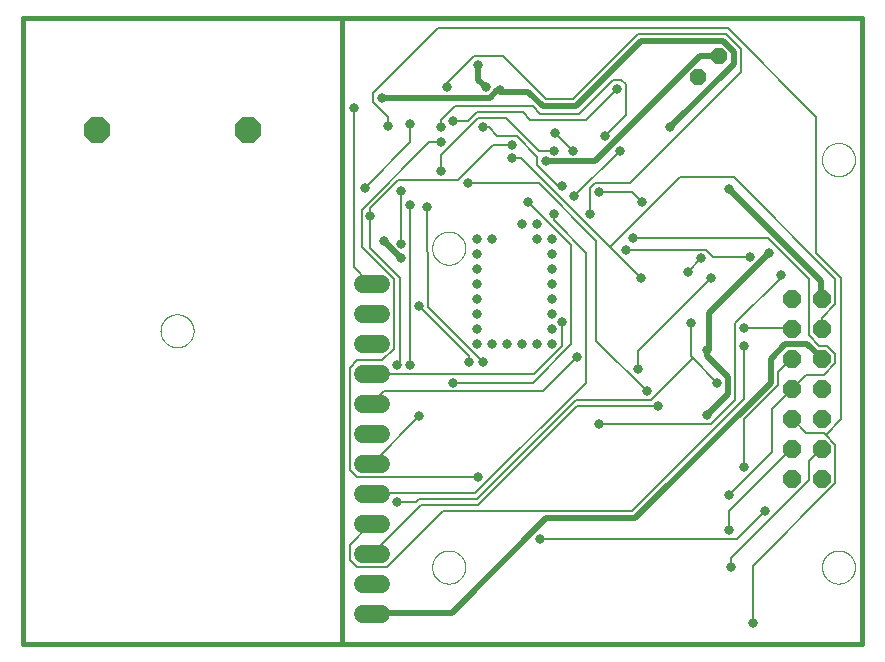
<source format=gbl>
G75*
%MOIN*%
%OFA0B0*%
%FSLAX25Y25*%
%IPPOS*%
%LPD*%
%AMOC8*
5,1,8,0,0,1.08239X$1,22.5*
%
%ADD10C,0.01600*%
%ADD11C,0.00000*%
%ADD12OC8,0.06000*%
%ADD13C,0.06000*%
%ADD14OC8,0.05200*%
%ADD15OC8,0.08500*%
%ADD16C,0.01969*%
%ADD17C,0.03169*%
%ADD18C,0.00800*%
D10*
X0001800Y0001800D02*
X0108099Y0001800D01*
X0108099Y0210461D01*
X0001800Y0210461D01*
X0001800Y0001800D01*
X0108099Y0001800D02*
X0281328Y0001800D01*
X0281328Y0210461D01*
X0108099Y0210461D01*
D11*
X0138020Y0133690D02*
X0138022Y0133838D01*
X0138028Y0133986D01*
X0138038Y0134134D01*
X0138052Y0134281D01*
X0138070Y0134428D01*
X0138091Y0134574D01*
X0138117Y0134720D01*
X0138147Y0134865D01*
X0138180Y0135009D01*
X0138218Y0135152D01*
X0138259Y0135294D01*
X0138304Y0135435D01*
X0138352Y0135575D01*
X0138405Y0135714D01*
X0138461Y0135851D01*
X0138521Y0135986D01*
X0138584Y0136120D01*
X0138651Y0136252D01*
X0138722Y0136382D01*
X0138796Y0136510D01*
X0138873Y0136636D01*
X0138954Y0136760D01*
X0139038Y0136882D01*
X0139125Y0137001D01*
X0139216Y0137118D01*
X0139310Y0137233D01*
X0139406Y0137345D01*
X0139506Y0137455D01*
X0139608Y0137561D01*
X0139714Y0137665D01*
X0139822Y0137766D01*
X0139933Y0137864D01*
X0140046Y0137960D01*
X0140162Y0138052D01*
X0140280Y0138141D01*
X0140401Y0138226D01*
X0140524Y0138309D01*
X0140649Y0138388D01*
X0140776Y0138464D01*
X0140905Y0138536D01*
X0141036Y0138605D01*
X0141169Y0138670D01*
X0141304Y0138731D01*
X0141440Y0138789D01*
X0141577Y0138844D01*
X0141716Y0138894D01*
X0141857Y0138941D01*
X0141998Y0138984D01*
X0142141Y0139024D01*
X0142285Y0139059D01*
X0142429Y0139091D01*
X0142575Y0139118D01*
X0142721Y0139142D01*
X0142868Y0139162D01*
X0143015Y0139178D01*
X0143162Y0139190D01*
X0143310Y0139198D01*
X0143458Y0139202D01*
X0143606Y0139202D01*
X0143754Y0139198D01*
X0143902Y0139190D01*
X0144049Y0139178D01*
X0144196Y0139162D01*
X0144343Y0139142D01*
X0144489Y0139118D01*
X0144635Y0139091D01*
X0144779Y0139059D01*
X0144923Y0139024D01*
X0145066Y0138984D01*
X0145207Y0138941D01*
X0145348Y0138894D01*
X0145487Y0138844D01*
X0145624Y0138789D01*
X0145760Y0138731D01*
X0145895Y0138670D01*
X0146028Y0138605D01*
X0146159Y0138536D01*
X0146288Y0138464D01*
X0146415Y0138388D01*
X0146540Y0138309D01*
X0146663Y0138226D01*
X0146784Y0138141D01*
X0146902Y0138052D01*
X0147018Y0137960D01*
X0147131Y0137864D01*
X0147242Y0137766D01*
X0147350Y0137665D01*
X0147456Y0137561D01*
X0147558Y0137455D01*
X0147658Y0137345D01*
X0147754Y0137233D01*
X0147848Y0137118D01*
X0147939Y0137001D01*
X0148026Y0136882D01*
X0148110Y0136760D01*
X0148191Y0136636D01*
X0148268Y0136510D01*
X0148342Y0136382D01*
X0148413Y0136252D01*
X0148480Y0136120D01*
X0148543Y0135986D01*
X0148603Y0135851D01*
X0148659Y0135714D01*
X0148712Y0135575D01*
X0148760Y0135435D01*
X0148805Y0135294D01*
X0148846Y0135152D01*
X0148884Y0135009D01*
X0148917Y0134865D01*
X0148947Y0134720D01*
X0148973Y0134574D01*
X0148994Y0134428D01*
X0149012Y0134281D01*
X0149026Y0134134D01*
X0149036Y0133986D01*
X0149042Y0133838D01*
X0149044Y0133690D01*
X0149042Y0133542D01*
X0149036Y0133394D01*
X0149026Y0133246D01*
X0149012Y0133099D01*
X0148994Y0132952D01*
X0148973Y0132806D01*
X0148947Y0132660D01*
X0148917Y0132515D01*
X0148884Y0132371D01*
X0148846Y0132228D01*
X0148805Y0132086D01*
X0148760Y0131945D01*
X0148712Y0131805D01*
X0148659Y0131666D01*
X0148603Y0131529D01*
X0148543Y0131394D01*
X0148480Y0131260D01*
X0148413Y0131128D01*
X0148342Y0130998D01*
X0148268Y0130870D01*
X0148191Y0130744D01*
X0148110Y0130620D01*
X0148026Y0130498D01*
X0147939Y0130379D01*
X0147848Y0130262D01*
X0147754Y0130147D01*
X0147658Y0130035D01*
X0147558Y0129925D01*
X0147456Y0129819D01*
X0147350Y0129715D01*
X0147242Y0129614D01*
X0147131Y0129516D01*
X0147018Y0129420D01*
X0146902Y0129328D01*
X0146784Y0129239D01*
X0146663Y0129154D01*
X0146540Y0129071D01*
X0146415Y0128992D01*
X0146288Y0128916D01*
X0146159Y0128844D01*
X0146028Y0128775D01*
X0145895Y0128710D01*
X0145760Y0128649D01*
X0145624Y0128591D01*
X0145487Y0128536D01*
X0145348Y0128486D01*
X0145207Y0128439D01*
X0145066Y0128396D01*
X0144923Y0128356D01*
X0144779Y0128321D01*
X0144635Y0128289D01*
X0144489Y0128262D01*
X0144343Y0128238D01*
X0144196Y0128218D01*
X0144049Y0128202D01*
X0143902Y0128190D01*
X0143754Y0128182D01*
X0143606Y0128178D01*
X0143458Y0128178D01*
X0143310Y0128182D01*
X0143162Y0128190D01*
X0143015Y0128202D01*
X0142868Y0128218D01*
X0142721Y0128238D01*
X0142575Y0128262D01*
X0142429Y0128289D01*
X0142285Y0128321D01*
X0142141Y0128356D01*
X0141998Y0128396D01*
X0141857Y0128439D01*
X0141716Y0128486D01*
X0141577Y0128536D01*
X0141440Y0128591D01*
X0141304Y0128649D01*
X0141169Y0128710D01*
X0141036Y0128775D01*
X0140905Y0128844D01*
X0140776Y0128916D01*
X0140649Y0128992D01*
X0140524Y0129071D01*
X0140401Y0129154D01*
X0140280Y0129239D01*
X0140162Y0129328D01*
X0140046Y0129420D01*
X0139933Y0129516D01*
X0139822Y0129614D01*
X0139714Y0129715D01*
X0139608Y0129819D01*
X0139506Y0129925D01*
X0139406Y0130035D01*
X0139310Y0130147D01*
X0139216Y0130262D01*
X0139125Y0130379D01*
X0139038Y0130498D01*
X0138954Y0130620D01*
X0138873Y0130744D01*
X0138796Y0130870D01*
X0138722Y0130998D01*
X0138651Y0131128D01*
X0138584Y0131260D01*
X0138521Y0131394D01*
X0138461Y0131529D01*
X0138405Y0131666D01*
X0138352Y0131805D01*
X0138304Y0131945D01*
X0138259Y0132086D01*
X0138218Y0132228D01*
X0138180Y0132371D01*
X0138147Y0132515D01*
X0138117Y0132660D01*
X0138091Y0132806D01*
X0138070Y0132952D01*
X0138052Y0133099D01*
X0138038Y0133246D01*
X0138028Y0133394D01*
X0138022Y0133542D01*
X0138020Y0133690D01*
X0047469Y0106131D02*
X0047471Y0106279D01*
X0047477Y0106427D01*
X0047487Y0106575D01*
X0047501Y0106722D01*
X0047519Y0106869D01*
X0047540Y0107015D01*
X0047566Y0107161D01*
X0047596Y0107306D01*
X0047629Y0107450D01*
X0047667Y0107593D01*
X0047708Y0107735D01*
X0047753Y0107876D01*
X0047801Y0108016D01*
X0047854Y0108155D01*
X0047910Y0108292D01*
X0047970Y0108427D01*
X0048033Y0108561D01*
X0048100Y0108693D01*
X0048171Y0108823D01*
X0048245Y0108951D01*
X0048322Y0109077D01*
X0048403Y0109201D01*
X0048487Y0109323D01*
X0048574Y0109442D01*
X0048665Y0109559D01*
X0048759Y0109674D01*
X0048855Y0109786D01*
X0048955Y0109896D01*
X0049057Y0110002D01*
X0049163Y0110106D01*
X0049271Y0110207D01*
X0049382Y0110305D01*
X0049495Y0110401D01*
X0049611Y0110493D01*
X0049729Y0110582D01*
X0049850Y0110667D01*
X0049973Y0110750D01*
X0050098Y0110829D01*
X0050225Y0110905D01*
X0050354Y0110977D01*
X0050485Y0111046D01*
X0050618Y0111111D01*
X0050753Y0111172D01*
X0050889Y0111230D01*
X0051026Y0111285D01*
X0051165Y0111335D01*
X0051306Y0111382D01*
X0051447Y0111425D01*
X0051590Y0111465D01*
X0051734Y0111500D01*
X0051878Y0111532D01*
X0052024Y0111559D01*
X0052170Y0111583D01*
X0052317Y0111603D01*
X0052464Y0111619D01*
X0052611Y0111631D01*
X0052759Y0111639D01*
X0052907Y0111643D01*
X0053055Y0111643D01*
X0053203Y0111639D01*
X0053351Y0111631D01*
X0053498Y0111619D01*
X0053645Y0111603D01*
X0053792Y0111583D01*
X0053938Y0111559D01*
X0054084Y0111532D01*
X0054228Y0111500D01*
X0054372Y0111465D01*
X0054515Y0111425D01*
X0054656Y0111382D01*
X0054797Y0111335D01*
X0054936Y0111285D01*
X0055073Y0111230D01*
X0055209Y0111172D01*
X0055344Y0111111D01*
X0055477Y0111046D01*
X0055608Y0110977D01*
X0055737Y0110905D01*
X0055864Y0110829D01*
X0055989Y0110750D01*
X0056112Y0110667D01*
X0056233Y0110582D01*
X0056351Y0110493D01*
X0056467Y0110401D01*
X0056580Y0110305D01*
X0056691Y0110207D01*
X0056799Y0110106D01*
X0056905Y0110002D01*
X0057007Y0109896D01*
X0057107Y0109786D01*
X0057203Y0109674D01*
X0057297Y0109559D01*
X0057388Y0109442D01*
X0057475Y0109323D01*
X0057559Y0109201D01*
X0057640Y0109077D01*
X0057717Y0108951D01*
X0057791Y0108823D01*
X0057862Y0108693D01*
X0057929Y0108561D01*
X0057992Y0108427D01*
X0058052Y0108292D01*
X0058108Y0108155D01*
X0058161Y0108016D01*
X0058209Y0107876D01*
X0058254Y0107735D01*
X0058295Y0107593D01*
X0058333Y0107450D01*
X0058366Y0107306D01*
X0058396Y0107161D01*
X0058422Y0107015D01*
X0058443Y0106869D01*
X0058461Y0106722D01*
X0058475Y0106575D01*
X0058485Y0106427D01*
X0058491Y0106279D01*
X0058493Y0106131D01*
X0058491Y0105983D01*
X0058485Y0105835D01*
X0058475Y0105687D01*
X0058461Y0105540D01*
X0058443Y0105393D01*
X0058422Y0105247D01*
X0058396Y0105101D01*
X0058366Y0104956D01*
X0058333Y0104812D01*
X0058295Y0104669D01*
X0058254Y0104527D01*
X0058209Y0104386D01*
X0058161Y0104246D01*
X0058108Y0104107D01*
X0058052Y0103970D01*
X0057992Y0103835D01*
X0057929Y0103701D01*
X0057862Y0103569D01*
X0057791Y0103439D01*
X0057717Y0103311D01*
X0057640Y0103185D01*
X0057559Y0103061D01*
X0057475Y0102939D01*
X0057388Y0102820D01*
X0057297Y0102703D01*
X0057203Y0102588D01*
X0057107Y0102476D01*
X0057007Y0102366D01*
X0056905Y0102260D01*
X0056799Y0102156D01*
X0056691Y0102055D01*
X0056580Y0101957D01*
X0056467Y0101861D01*
X0056351Y0101769D01*
X0056233Y0101680D01*
X0056112Y0101595D01*
X0055989Y0101512D01*
X0055864Y0101433D01*
X0055737Y0101357D01*
X0055608Y0101285D01*
X0055477Y0101216D01*
X0055344Y0101151D01*
X0055209Y0101090D01*
X0055073Y0101032D01*
X0054936Y0100977D01*
X0054797Y0100927D01*
X0054656Y0100880D01*
X0054515Y0100837D01*
X0054372Y0100797D01*
X0054228Y0100762D01*
X0054084Y0100730D01*
X0053938Y0100703D01*
X0053792Y0100679D01*
X0053645Y0100659D01*
X0053498Y0100643D01*
X0053351Y0100631D01*
X0053203Y0100623D01*
X0053055Y0100619D01*
X0052907Y0100619D01*
X0052759Y0100623D01*
X0052611Y0100631D01*
X0052464Y0100643D01*
X0052317Y0100659D01*
X0052170Y0100679D01*
X0052024Y0100703D01*
X0051878Y0100730D01*
X0051734Y0100762D01*
X0051590Y0100797D01*
X0051447Y0100837D01*
X0051306Y0100880D01*
X0051165Y0100927D01*
X0051026Y0100977D01*
X0050889Y0101032D01*
X0050753Y0101090D01*
X0050618Y0101151D01*
X0050485Y0101216D01*
X0050354Y0101285D01*
X0050225Y0101357D01*
X0050098Y0101433D01*
X0049973Y0101512D01*
X0049850Y0101595D01*
X0049729Y0101680D01*
X0049611Y0101769D01*
X0049495Y0101861D01*
X0049382Y0101957D01*
X0049271Y0102055D01*
X0049163Y0102156D01*
X0049057Y0102260D01*
X0048955Y0102366D01*
X0048855Y0102476D01*
X0048759Y0102588D01*
X0048665Y0102703D01*
X0048574Y0102820D01*
X0048487Y0102939D01*
X0048403Y0103061D01*
X0048322Y0103185D01*
X0048245Y0103311D01*
X0048171Y0103439D01*
X0048100Y0103569D01*
X0048033Y0103701D01*
X0047970Y0103835D01*
X0047910Y0103970D01*
X0047854Y0104107D01*
X0047801Y0104246D01*
X0047753Y0104386D01*
X0047708Y0104527D01*
X0047667Y0104669D01*
X0047629Y0104812D01*
X0047596Y0104956D01*
X0047566Y0105101D01*
X0047540Y0105247D01*
X0047519Y0105393D01*
X0047501Y0105540D01*
X0047487Y0105687D01*
X0047477Y0105835D01*
X0047471Y0105983D01*
X0047469Y0106131D01*
X0138020Y0027391D02*
X0138022Y0027539D01*
X0138028Y0027687D01*
X0138038Y0027835D01*
X0138052Y0027982D01*
X0138070Y0028129D01*
X0138091Y0028275D01*
X0138117Y0028421D01*
X0138147Y0028566D01*
X0138180Y0028710D01*
X0138218Y0028853D01*
X0138259Y0028995D01*
X0138304Y0029136D01*
X0138352Y0029276D01*
X0138405Y0029415D01*
X0138461Y0029552D01*
X0138521Y0029687D01*
X0138584Y0029821D01*
X0138651Y0029953D01*
X0138722Y0030083D01*
X0138796Y0030211D01*
X0138873Y0030337D01*
X0138954Y0030461D01*
X0139038Y0030583D01*
X0139125Y0030702D01*
X0139216Y0030819D01*
X0139310Y0030934D01*
X0139406Y0031046D01*
X0139506Y0031156D01*
X0139608Y0031262D01*
X0139714Y0031366D01*
X0139822Y0031467D01*
X0139933Y0031565D01*
X0140046Y0031661D01*
X0140162Y0031753D01*
X0140280Y0031842D01*
X0140401Y0031927D01*
X0140524Y0032010D01*
X0140649Y0032089D01*
X0140776Y0032165D01*
X0140905Y0032237D01*
X0141036Y0032306D01*
X0141169Y0032371D01*
X0141304Y0032432D01*
X0141440Y0032490D01*
X0141577Y0032545D01*
X0141716Y0032595D01*
X0141857Y0032642D01*
X0141998Y0032685D01*
X0142141Y0032725D01*
X0142285Y0032760D01*
X0142429Y0032792D01*
X0142575Y0032819D01*
X0142721Y0032843D01*
X0142868Y0032863D01*
X0143015Y0032879D01*
X0143162Y0032891D01*
X0143310Y0032899D01*
X0143458Y0032903D01*
X0143606Y0032903D01*
X0143754Y0032899D01*
X0143902Y0032891D01*
X0144049Y0032879D01*
X0144196Y0032863D01*
X0144343Y0032843D01*
X0144489Y0032819D01*
X0144635Y0032792D01*
X0144779Y0032760D01*
X0144923Y0032725D01*
X0145066Y0032685D01*
X0145207Y0032642D01*
X0145348Y0032595D01*
X0145487Y0032545D01*
X0145624Y0032490D01*
X0145760Y0032432D01*
X0145895Y0032371D01*
X0146028Y0032306D01*
X0146159Y0032237D01*
X0146288Y0032165D01*
X0146415Y0032089D01*
X0146540Y0032010D01*
X0146663Y0031927D01*
X0146784Y0031842D01*
X0146902Y0031753D01*
X0147018Y0031661D01*
X0147131Y0031565D01*
X0147242Y0031467D01*
X0147350Y0031366D01*
X0147456Y0031262D01*
X0147558Y0031156D01*
X0147658Y0031046D01*
X0147754Y0030934D01*
X0147848Y0030819D01*
X0147939Y0030702D01*
X0148026Y0030583D01*
X0148110Y0030461D01*
X0148191Y0030337D01*
X0148268Y0030211D01*
X0148342Y0030083D01*
X0148413Y0029953D01*
X0148480Y0029821D01*
X0148543Y0029687D01*
X0148603Y0029552D01*
X0148659Y0029415D01*
X0148712Y0029276D01*
X0148760Y0029136D01*
X0148805Y0028995D01*
X0148846Y0028853D01*
X0148884Y0028710D01*
X0148917Y0028566D01*
X0148947Y0028421D01*
X0148973Y0028275D01*
X0148994Y0028129D01*
X0149012Y0027982D01*
X0149026Y0027835D01*
X0149036Y0027687D01*
X0149042Y0027539D01*
X0149044Y0027391D01*
X0149042Y0027243D01*
X0149036Y0027095D01*
X0149026Y0026947D01*
X0149012Y0026800D01*
X0148994Y0026653D01*
X0148973Y0026507D01*
X0148947Y0026361D01*
X0148917Y0026216D01*
X0148884Y0026072D01*
X0148846Y0025929D01*
X0148805Y0025787D01*
X0148760Y0025646D01*
X0148712Y0025506D01*
X0148659Y0025367D01*
X0148603Y0025230D01*
X0148543Y0025095D01*
X0148480Y0024961D01*
X0148413Y0024829D01*
X0148342Y0024699D01*
X0148268Y0024571D01*
X0148191Y0024445D01*
X0148110Y0024321D01*
X0148026Y0024199D01*
X0147939Y0024080D01*
X0147848Y0023963D01*
X0147754Y0023848D01*
X0147658Y0023736D01*
X0147558Y0023626D01*
X0147456Y0023520D01*
X0147350Y0023416D01*
X0147242Y0023315D01*
X0147131Y0023217D01*
X0147018Y0023121D01*
X0146902Y0023029D01*
X0146784Y0022940D01*
X0146663Y0022855D01*
X0146540Y0022772D01*
X0146415Y0022693D01*
X0146288Y0022617D01*
X0146159Y0022545D01*
X0146028Y0022476D01*
X0145895Y0022411D01*
X0145760Y0022350D01*
X0145624Y0022292D01*
X0145487Y0022237D01*
X0145348Y0022187D01*
X0145207Y0022140D01*
X0145066Y0022097D01*
X0144923Y0022057D01*
X0144779Y0022022D01*
X0144635Y0021990D01*
X0144489Y0021963D01*
X0144343Y0021939D01*
X0144196Y0021919D01*
X0144049Y0021903D01*
X0143902Y0021891D01*
X0143754Y0021883D01*
X0143606Y0021879D01*
X0143458Y0021879D01*
X0143310Y0021883D01*
X0143162Y0021891D01*
X0143015Y0021903D01*
X0142868Y0021919D01*
X0142721Y0021939D01*
X0142575Y0021963D01*
X0142429Y0021990D01*
X0142285Y0022022D01*
X0142141Y0022057D01*
X0141998Y0022097D01*
X0141857Y0022140D01*
X0141716Y0022187D01*
X0141577Y0022237D01*
X0141440Y0022292D01*
X0141304Y0022350D01*
X0141169Y0022411D01*
X0141036Y0022476D01*
X0140905Y0022545D01*
X0140776Y0022617D01*
X0140649Y0022693D01*
X0140524Y0022772D01*
X0140401Y0022855D01*
X0140280Y0022940D01*
X0140162Y0023029D01*
X0140046Y0023121D01*
X0139933Y0023217D01*
X0139822Y0023315D01*
X0139714Y0023416D01*
X0139608Y0023520D01*
X0139506Y0023626D01*
X0139406Y0023736D01*
X0139310Y0023848D01*
X0139216Y0023963D01*
X0139125Y0024080D01*
X0139038Y0024199D01*
X0138954Y0024321D01*
X0138873Y0024445D01*
X0138796Y0024571D01*
X0138722Y0024699D01*
X0138651Y0024829D01*
X0138584Y0024961D01*
X0138521Y0025095D01*
X0138461Y0025230D01*
X0138405Y0025367D01*
X0138352Y0025506D01*
X0138304Y0025646D01*
X0138259Y0025787D01*
X0138218Y0025929D01*
X0138180Y0026072D01*
X0138147Y0026216D01*
X0138117Y0026361D01*
X0138091Y0026507D01*
X0138070Y0026653D01*
X0138052Y0026800D01*
X0138038Y0026947D01*
X0138028Y0027095D01*
X0138022Y0027243D01*
X0138020Y0027391D01*
X0267942Y0027391D02*
X0267944Y0027539D01*
X0267950Y0027687D01*
X0267960Y0027835D01*
X0267974Y0027982D01*
X0267992Y0028129D01*
X0268013Y0028275D01*
X0268039Y0028421D01*
X0268069Y0028566D01*
X0268102Y0028710D01*
X0268140Y0028853D01*
X0268181Y0028995D01*
X0268226Y0029136D01*
X0268274Y0029276D01*
X0268327Y0029415D01*
X0268383Y0029552D01*
X0268443Y0029687D01*
X0268506Y0029821D01*
X0268573Y0029953D01*
X0268644Y0030083D01*
X0268718Y0030211D01*
X0268795Y0030337D01*
X0268876Y0030461D01*
X0268960Y0030583D01*
X0269047Y0030702D01*
X0269138Y0030819D01*
X0269232Y0030934D01*
X0269328Y0031046D01*
X0269428Y0031156D01*
X0269530Y0031262D01*
X0269636Y0031366D01*
X0269744Y0031467D01*
X0269855Y0031565D01*
X0269968Y0031661D01*
X0270084Y0031753D01*
X0270202Y0031842D01*
X0270323Y0031927D01*
X0270446Y0032010D01*
X0270571Y0032089D01*
X0270698Y0032165D01*
X0270827Y0032237D01*
X0270958Y0032306D01*
X0271091Y0032371D01*
X0271226Y0032432D01*
X0271362Y0032490D01*
X0271499Y0032545D01*
X0271638Y0032595D01*
X0271779Y0032642D01*
X0271920Y0032685D01*
X0272063Y0032725D01*
X0272207Y0032760D01*
X0272351Y0032792D01*
X0272497Y0032819D01*
X0272643Y0032843D01*
X0272790Y0032863D01*
X0272937Y0032879D01*
X0273084Y0032891D01*
X0273232Y0032899D01*
X0273380Y0032903D01*
X0273528Y0032903D01*
X0273676Y0032899D01*
X0273824Y0032891D01*
X0273971Y0032879D01*
X0274118Y0032863D01*
X0274265Y0032843D01*
X0274411Y0032819D01*
X0274557Y0032792D01*
X0274701Y0032760D01*
X0274845Y0032725D01*
X0274988Y0032685D01*
X0275129Y0032642D01*
X0275270Y0032595D01*
X0275409Y0032545D01*
X0275546Y0032490D01*
X0275682Y0032432D01*
X0275817Y0032371D01*
X0275950Y0032306D01*
X0276081Y0032237D01*
X0276210Y0032165D01*
X0276337Y0032089D01*
X0276462Y0032010D01*
X0276585Y0031927D01*
X0276706Y0031842D01*
X0276824Y0031753D01*
X0276940Y0031661D01*
X0277053Y0031565D01*
X0277164Y0031467D01*
X0277272Y0031366D01*
X0277378Y0031262D01*
X0277480Y0031156D01*
X0277580Y0031046D01*
X0277676Y0030934D01*
X0277770Y0030819D01*
X0277861Y0030702D01*
X0277948Y0030583D01*
X0278032Y0030461D01*
X0278113Y0030337D01*
X0278190Y0030211D01*
X0278264Y0030083D01*
X0278335Y0029953D01*
X0278402Y0029821D01*
X0278465Y0029687D01*
X0278525Y0029552D01*
X0278581Y0029415D01*
X0278634Y0029276D01*
X0278682Y0029136D01*
X0278727Y0028995D01*
X0278768Y0028853D01*
X0278806Y0028710D01*
X0278839Y0028566D01*
X0278869Y0028421D01*
X0278895Y0028275D01*
X0278916Y0028129D01*
X0278934Y0027982D01*
X0278948Y0027835D01*
X0278958Y0027687D01*
X0278964Y0027539D01*
X0278966Y0027391D01*
X0278964Y0027243D01*
X0278958Y0027095D01*
X0278948Y0026947D01*
X0278934Y0026800D01*
X0278916Y0026653D01*
X0278895Y0026507D01*
X0278869Y0026361D01*
X0278839Y0026216D01*
X0278806Y0026072D01*
X0278768Y0025929D01*
X0278727Y0025787D01*
X0278682Y0025646D01*
X0278634Y0025506D01*
X0278581Y0025367D01*
X0278525Y0025230D01*
X0278465Y0025095D01*
X0278402Y0024961D01*
X0278335Y0024829D01*
X0278264Y0024699D01*
X0278190Y0024571D01*
X0278113Y0024445D01*
X0278032Y0024321D01*
X0277948Y0024199D01*
X0277861Y0024080D01*
X0277770Y0023963D01*
X0277676Y0023848D01*
X0277580Y0023736D01*
X0277480Y0023626D01*
X0277378Y0023520D01*
X0277272Y0023416D01*
X0277164Y0023315D01*
X0277053Y0023217D01*
X0276940Y0023121D01*
X0276824Y0023029D01*
X0276706Y0022940D01*
X0276585Y0022855D01*
X0276462Y0022772D01*
X0276337Y0022693D01*
X0276210Y0022617D01*
X0276081Y0022545D01*
X0275950Y0022476D01*
X0275817Y0022411D01*
X0275682Y0022350D01*
X0275546Y0022292D01*
X0275409Y0022237D01*
X0275270Y0022187D01*
X0275129Y0022140D01*
X0274988Y0022097D01*
X0274845Y0022057D01*
X0274701Y0022022D01*
X0274557Y0021990D01*
X0274411Y0021963D01*
X0274265Y0021939D01*
X0274118Y0021919D01*
X0273971Y0021903D01*
X0273824Y0021891D01*
X0273676Y0021883D01*
X0273528Y0021879D01*
X0273380Y0021879D01*
X0273232Y0021883D01*
X0273084Y0021891D01*
X0272937Y0021903D01*
X0272790Y0021919D01*
X0272643Y0021939D01*
X0272497Y0021963D01*
X0272351Y0021990D01*
X0272207Y0022022D01*
X0272063Y0022057D01*
X0271920Y0022097D01*
X0271779Y0022140D01*
X0271638Y0022187D01*
X0271499Y0022237D01*
X0271362Y0022292D01*
X0271226Y0022350D01*
X0271091Y0022411D01*
X0270958Y0022476D01*
X0270827Y0022545D01*
X0270698Y0022617D01*
X0270571Y0022693D01*
X0270446Y0022772D01*
X0270323Y0022855D01*
X0270202Y0022940D01*
X0270084Y0023029D01*
X0269968Y0023121D01*
X0269855Y0023217D01*
X0269744Y0023315D01*
X0269636Y0023416D01*
X0269530Y0023520D01*
X0269428Y0023626D01*
X0269328Y0023736D01*
X0269232Y0023848D01*
X0269138Y0023963D01*
X0269047Y0024080D01*
X0268960Y0024199D01*
X0268876Y0024321D01*
X0268795Y0024445D01*
X0268718Y0024571D01*
X0268644Y0024699D01*
X0268573Y0024829D01*
X0268506Y0024961D01*
X0268443Y0025095D01*
X0268383Y0025230D01*
X0268327Y0025367D01*
X0268274Y0025506D01*
X0268226Y0025646D01*
X0268181Y0025787D01*
X0268140Y0025929D01*
X0268102Y0026072D01*
X0268069Y0026216D01*
X0268039Y0026361D01*
X0268013Y0026507D01*
X0267992Y0026653D01*
X0267974Y0026800D01*
X0267960Y0026947D01*
X0267950Y0027095D01*
X0267944Y0027243D01*
X0267942Y0027391D01*
X0267942Y0163217D02*
X0267944Y0163365D01*
X0267950Y0163513D01*
X0267960Y0163661D01*
X0267974Y0163808D01*
X0267992Y0163955D01*
X0268013Y0164101D01*
X0268039Y0164247D01*
X0268069Y0164392D01*
X0268102Y0164536D01*
X0268140Y0164679D01*
X0268181Y0164821D01*
X0268226Y0164962D01*
X0268274Y0165102D01*
X0268327Y0165241D01*
X0268383Y0165378D01*
X0268443Y0165513D01*
X0268506Y0165647D01*
X0268573Y0165779D01*
X0268644Y0165909D01*
X0268718Y0166037D01*
X0268795Y0166163D01*
X0268876Y0166287D01*
X0268960Y0166409D01*
X0269047Y0166528D01*
X0269138Y0166645D01*
X0269232Y0166760D01*
X0269328Y0166872D01*
X0269428Y0166982D01*
X0269530Y0167088D01*
X0269636Y0167192D01*
X0269744Y0167293D01*
X0269855Y0167391D01*
X0269968Y0167487D01*
X0270084Y0167579D01*
X0270202Y0167668D01*
X0270323Y0167753D01*
X0270446Y0167836D01*
X0270571Y0167915D01*
X0270698Y0167991D01*
X0270827Y0168063D01*
X0270958Y0168132D01*
X0271091Y0168197D01*
X0271226Y0168258D01*
X0271362Y0168316D01*
X0271499Y0168371D01*
X0271638Y0168421D01*
X0271779Y0168468D01*
X0271920Y0168511D01*
X0272063Y0168551D01*
X0272207Y0168586D01*
X0272351Y0168618D01*
X0272497Y0168645D01*
X0272643Y0168669D01*
X0272790Y0168689D01*
X0272937Y0168705D01*
X0273084Y0168717D01*
X0273232Y0168725D01*
X0273380Y0168729D01*
X0273528Y0168729D01*
X0273676Y0168725D01*
X0273824Y0168717D01*
X0273971Y0168705D01*
X0274118Y0168689D01*
X0274265Y0168669D01*
X0274411Y0168645D01*
X0274557Y0168618D01*
X0274701Y0168586D01*
X0274845Y0168551D01*
X0274988Y0168511D01*
X0275129Y0168468D01*
X0275270Y0168421D01*
X0275409Y0168371D01*
X0275546Y0168316D01*
X0275682Y0168258D01*
X0275817Y0168197D01*
X0275950Y0168132D01*
X0276081Y0168063D01*
X0276210Y0167991D01*
X0276337Y0167915D01*
X0276462Y0167836D01*
X0276585Y0167753D01*
X0276706Y0167668D01*
X0276824Y0167579D01*
X0276940Y0167487D01*
X0277053Y0167391D01*
X0277164Y0167293D01*
X0277272Y0167192D01*
X0277378Y0167088D01*
X0277480Y0166982D01*
X0277580Y0166872D01*
X0277676Y0166760D01*
X0277770Y0166645D01*
X0277861Y0166528D01*
X0277948Y0166409D01*
X0278032Y0166287D01*
X0278113Y0166163D01*
X0278190Y0166037D01*
X0278264Y0165909D01*
X0278335Y0165779D01*
X0278402Y0165647D01*
X0278465Y0165513D01*
X0278525Y0165378D01*
X0278581Y0165241D01*
X0278634Y0165102D01*
X0278682Y0164962D01*
X0278727Y0164821D01*
X0278768Y0164679D01*
X0278806Y0164536D01*
X0278839Y0164392D01*
X0278869Y0164247D01*
X0278895Y0164101D01*
X0278916Y0163955D01*
X0278934Y0163808D01*
X0278948Y0163661D01*
X0278958Y0163513D01*
X0278964Y0163365D01*
X0278966Y0163217D01*
X0278964Y0163069D01*
X0278958Y0162921D01*
X0278948Y0162773D01*
X0278934Y0162626D01*
X0278916Y0162479D01*
X0278895Y0162333D01*
X0278869Y0162187D01*
X0278839Y0162042D01*
X0278806Y0161898D01*
X0278768Y0161755D01*
X0278727Y0161613D01*
X0278682Y0161472D01*
X0278634Y0161332D01*
X0278581Y0161193D01*
X0278525Y0161056D01*
X0278465Y0160921D01*
X0278402Y0160787D01*
X0278335Y0160655D01*
X0278264Y0160525D01*
X0278190Y0160397D01*
X0278113Y0160271D01*
X0278032Y0160147D01*
X0277948Y0160025D01*
X0277861Y0159906D01*
X0277770Y0159789D01*
X0277676Y0159674D01*
X0277580Y0159562D01*
X0277480Y0159452D01*
X0277378Y0159346D01*
X0277272Y0159242D01*
X0277164Y0159141D01*
X0277053Y0159043D01*
X0276940Y0158947D01*
X0276824Y0158855D01*
X0276706Y0158766D01*
X0276585Y0158681D01*
X0276462Y0158598D01*
X0276337Y0158519D01*
X0276210Y0158443D01*
X0276081Y0158371D01*
X0275950Y0158302D01*
X0275817Y0158237D01*
X0275682Y0158176D01*
X0275546Y0158118D01*
X0275409Y0158063D01*
X0275270Y0158013D01*
X0275129Y0157966D01*
X0274988Y0157923D01*
X0274845Y0157883D01*
X0274701Y0157848D01*
X0274557Y0157816D01*
X0274411Y0157789D01*
X0274265Y0157765D01*
X0274118Y0157745D01*
X0273971Y0157729D01*
X0273824Y0157717D01*
X0273676Y0157709D01*
X0273528Y0157705D01*
X0273380Y0157705D01*
X0273232Y0157709D01*
X0273084Y0157717D01*
X0272937Y0157729D01*
X0272790Y0157745D01*
X0272643Y0157765D01*
X0272497Y0157789D01*
X0272351Y0157816D01*
X0272207Y0157848D01*
X0272063Y0157883D01*
X0271920Y0157923D01*
X0271779Y0157966D01*
X0271638Y0158013D01*
X0271499Y0158063D01*
X0271362Y0158118D01*
X0271226Y0158176D01*
X0271091Y0158237D01*
X0270958Y0158302D01*
X0270827Y0158371D01*
X0270698Y0158443D01*
X0270571Y0158519D01*
X0270446Y0158598D01*
X0270323Y0158681D01*
X0270202Y0158766D01*
X0270084Y0158855D01*
X0269968Y0158947D01*
X0269855Y0159043D01*
X0269744Y0159141D01*
X0269636Y0159242D01*
X0269530Y0159346D01*
X0269428Y0159452D01*
X0269328Y0159562D01*
X0269232Y0159674D01*
X0269138Y0159789D01*
X0269047Y0159906D01*
X0268960Y0160025D01*
X0268876Y0160147D01*
X0268795Y0160271D01*
X0268718Y0160397D01*
X0268644Y0160525D01*
X0268573Y0160655D01*
X0268506Y0160787D01*
X0268443Y0160921D01*
X0268383Y0161056D01*
X0268327Y0161193D01*
X0268274Y0161332D01*
X0268226Y0161472D01*
X0268181Y0161613D01*
X0268140Y0161755D01*
X0268102Y0161898D01*
X0268069Y0162042D01*
X0268039Y0162187D01*
X0268013Y0162333D01*
X0267992Y0162479D01*
X0267974Y0162626D01*
X0267960Y0162773D01*
X0267950Y0162921D01*
X0267944Y0163069D01*
X0267942Y0163217D01*
D12*
X0267863Y0116800D03*
X0257863Y0116800D03*
X0257863Y0106800D03*
X0267863Y0106800D03*
X0267863Y0096800D03*
X0257863Y0096800D03*
X0257863Y0086800D03*
X0267863Y0086800D03*
X0267863Y0076800D03*
X0257863Y0076800D03*
X0257863Y0066800D03*
X0267863Y0066800D03*
X0267863Y0056800D03*
X0257863Y0056800D03*
D13*
X0120863Y0051800D02*
X0114863Y0051800D01*
X0114863Y0041800D02*
X0120863Y0041800D01*
X0120863Y0031800D02*
X0114863Y0031800D01*
X0114863Y0021800D02*
X0120863Y0021800D01*
X0120863Y0011800D02*
X0114863Y0011800D01*
X0114863Y0061800D02*
X0120863Y0061800D01*
X0120863Y0071800D02*
X0114863Y0071800D01*
X0114863Y0081800D02*
X0120863Y0081800D01*
X0120863Y0091800D02*
X0114863Y0091800D01*
X0114863Y0101800D02*
X0120863Y0101800D01*
X0120863Y0111800D02*
X0114863Y0111800D01*
X0114863Y0121800D02*
X0120863Y0121800D01*
D14*
X0226646Y0190800D03*
X0233646Y0197800D03*
D15*
X0076603Y0173060D03*
X0026209Y0173060D03*
D16*
X0121387Y0183887D02*
X0157312Y0183887D01*
X0159772Y0186347D01*
X0160757Y0186347D01*
X0161249Y0185855D01*
X0170107Y0185855D01*
X0175028Y0180934D01*
X0185855Y0180934D01*
X0207509Y0202587D01*
X0235068Y0202587D01*
X0238513Y0199143D01*
X0238513Y0195206D01*
X0217351Y0174044D01*
X0227194Y0197666D02*
X0192253Y0162725D01*
X0176013Y0162725D01*
X0155835Y0187331D02*
X0153375Y0189792D01*
X0153375Y0194713D01*
X0227194Y0197666D02*
X0233591Y0197666D01*
X0233646Y0197800D01*
X0237036Y0153375D02*
X0267548Y0122863D01*
X0267548Y0116957D01*
X0267863Y0116800D01*
X0250324Y0132213D02*
X0230146Y0112036D01*
X0230146Y0100225D01*
X0229654Y0099733D01*
X0229654Y0097765D01*
X0236544Y0090875D01*
X0236544Y0084969D01*
X0229654Y0078080D01*
X0250816Y0088906D02*
X0250816Y0096780D01*
X0255737Y0101702D01*
X0263119Y0101702D01*
X0267548Y0097272D01*
X0267863Y0096800D01*
X0250816Y0088906D02*
X0205540Y0043631D01*
X0176013Y0043631D01*
X0144517Y0012135D01*
X0117942Y0012135D01*
X0117863Y0011800D01*
X0127784Y0130245D02*
X0121879Y0136150D01*
D17*
X0121879Y0136150D03*
X0127784Y0135166D03*
X0127784Y0130245D03*
X0117450Y0144517D03*
X0115481Y0153867D03*
X0127784Y0152883D03*
X0130737Y0147961D03*
X0136150Y0147469D03*
X0149930Y0155343D03*
X0141072Y0159280D03*
X0141072Y0169123D03*
X0141072Y0174044D03*
X0145009Y0176013D03*
X0154851Y0174044D03*
X0164694Y0168139D03*
X0164694Y0163709D03*
X0176013Y0162725D03*
X0178473Y0166170D03*
X0184871Y0166170D03*
X0178965Y0172076D03*
X0195698Y0171091D03*
X0200619Y0166170D03*
X0217351Y0174044D03*
X0199635Y0186839D03*
X0160757Y0186347D03*
X0155835Y0187331D03*
X0153375Y0194713D03*
X0143040Y0187331D03*
X0130737Y0175028D03*
X0123355Y0174536D03*
X0121387Y0183887D03*
X0112036Y0180442D03*
X0170107Y0148946D03*
X0178473Y0145009D03*
X0172863Y0141800D03*
X0172863Y0136800D03*
X0177863Y0136800D03*
X0177863Y0131800D03*
X0177863Y0126800D03*
X0177863Y0121800D03*
X0177863Y0116800D03*
X0177863Y0111800D03*
X0181426Y0109083D03*
X0177863Y0106800D03*
X0177863Y0101800D03*
X0172863Y0101800D03*
X0167863Y0101800D03*
X0162863Y0101800D03*
X0157863Y0101800D03*
X0152863Y0101800D03*
X0154851Y0095796D03*
X0150422Y0095796D03*
X0145009Y0088906D03*
X0130737Y0094812D03*
X0126308Y0094812D03*
X0133690Y0077587D03*
X0153375Y0057410D03*
X0126308Y0049044D03*
X0174044Y0036741D03*
X0193729Y0075127D03*
X0209477Y0085954D03*
X0213414Y0081032D03*
X0206524Y0093335D03*
X0186347Y0097272D03*
X0152863Y0106800D03*
X0152863Y0111800D03*
X0152863Y0116800D03*
X0152863Y0121800D03*
X0152863Y0126800D03*
X0152863Y0131800D03*
X0152863Y0136800D03*
X0157863Y0136800D03*
X0167863Y0141800D03*
X0185363Y0150914D03*
X0181426Y0154359D03*
X0193729Y0152391D03*
X0190776Y0145009D03*
X0205048Y0137135D03*
X0202587Y0133198D03*
X0207509Y0123847D03*
X0223257Y0125816D03*
X0227686Y0130245D03*
X0231131Y0123847D03*
X0243926Y0130737D03*
X0250324Y0132213D03*
X0254261Y0124831D03*
X0241957Y0107115D03*
X0241957Y0101209D03*
X0229654Y0099733D03*
X0224241Y0108591D03*
X0233099Y0088906D03*
X0229654Y0078080D03*
X0241957Y0060855D03*
X0237036Y0051505D03*
X0248847Y0046091D03*
X0237036Y0039694D03*
X0237528Y0027391D03*
X0244910Y0008690D03*
X0133690Y0114497D03*
X0208001Y0148946D03*
X0237036Y0153375D03*
D18*
X0238513Y0157312D02*
X0220796Y0157312D01*
X0197420Y0133936D01*
X0167646Y0163709D01*
X0164694Y0163709D01*
X0164694Y0168139D02*
X0158296Y0168139D01*
X0146485Y0156328D01*
X0126800Y0156328D01*
X0117450Y0146977D01*
X0117450Y0144517D01*
X0117450Y0133690D01*
X0127292Y0123847D01*
X0127292Y0095796D01*
X0126308Y0094812D01*
X0121387Y0096288D02*
X0113020Y0096288D01*
X0110560Y0093828D01*
X0110560Y0059871D01*
X0113020Y0057410D01*
X0153375Y0057410D01*
X0152391Y0051997D02*
X0117942Y0051997D01*
X0117863Y0051800D01*
X0126308Y0049044D02*
X0132706Y0049044D01*
X0133690Y0050028D01*
X0152883Y0050028D01*
X0185855Y0083001D01*
X0210954Y0083001D01*
X0224979Y0097026D01*
X0224241Y0097765D01*
X0224241Y0108591D01*
X0239005Y0108591D02*
X0239005Y0083001D01*
X0231131Y0075127D01*
X0193729Y0075127D01*
X0186347Y0081032D02*
X0153375Y0048060D01*
X0134182Y0048060D01*
X0117942Y0031820D01*
X0117863Y0031800D01*
X0113020Y0027391D02*
X0110560Y0029851D01*
X0110560Y0034772D01*
X0117450Y0041662D01*
X0117863Y0041800D01*
X0113020Y0027391D02*
X0122863Y0027391D01*
X0141564Y0046091D01*
X0204556Y0046091D01*
X0241957Y0083493D01*
X0241957Y0101209D01*
X0241957Y0107115D02*
X0257706Y0107115D01*
X0257863Y0106800D01*
X0263611Y0104654D02*
X0267056Y0101209D01*
X0269517Y0101209D01*
X0272469Y0098257D01*
X0272469Y0095304D01*
X0268532Y0091367D01*
X0262627Y0091367D01*
X0258198Y0086938D01*
X0257863Y0086800D01*
X0257706Y0086446D01*
X0251308Y0080048D01*
X0251308Y0065776D01*
X0237036Y0051505D01*
X0237036Y0046091D02*
X0257706Y0066761D01*
X0257863Y0066800D01*
X0263611Y0062824D02*
X0267548Y0066761D01*
X0267863Y0066800D01*
X0272469Y0068237D02*
X0269270Y0071436D01*
X0274438Y0076603D01*
X0274438Y0123847D01*
X0266072Y0132213D01*
X0266072Y0177489D01*
X0236544Y0207017D01*
X0140087Y0207017D01*
X0118434Y0185363D01*
X0118434Y0182410D01*
X0123355Y0177489D01*
X0123355Y0174536D01*
X0130737Y0175028D02*
X0130737Y0169123D01*
X0115481Y0153867D01*
X0114497Y0146485D02*
X0114497Y0134182D01*
X0125324Y0123355D01*
X0125324Y0100225D01*
X0121387Y0096288D01*
X0117942Y0091859D02*
X0117863Y0091800D01*
X0117942Y0091859D02*
X0172076Y0091859D01*
X0181426Y0101209D01*
X0181426Y0109083D01*
X0192745Y0102686D02*
X0192745Y0136150D01*
X0173552Y0155343D01*
X0149930Y0155343D01*
X0141072Y0159280D02*
X0141072Y0164694D01*
X0153375Y0176997D01*
X0162725Y0176997D01*
X0173552Y0166170D01*
X0178473Y0166170D01*
X0173060Y0164202D02*
X0173060Y0161249D01*
X0179950Y0154359D01*
X0181426Y0154359D01*
X0185363Y0150914D02*
X0200619Y0166170D01*
X0195698Y0171091D02*
X0202587Y0177981D01*
X0202587Y0188316D01*
X0201111Y0189792D01*
X0198158Y0189792D01*
X0186839Y0178473D01*
X0174044Y0178473D01*
X0171583Y0180934D01*
X0145501Y0180934D01*
X0141072Y0176505D01*
X0141072Y0174044D01*
X0145009Y0176013D02*
X0149930Y0176013D01*
X0152883Y0178965D01*
X0168139Y0178965D01*
X0170599Y0176505D01*
X0189300Y0176505D01*
X0199635Y0186839D01*
X0184871Y0183394D02*
X0206524Y0205048D01*
X0236052Y0205048D01*
X0240973Y0200127D01*
X0240973Y0192253D01*
X0204064Y0155343D01*
X0192253Y0155343D01*
X0190776Y0153867D01*
X0190776Y0145009D01*
X0193729Y0152391D02*
X0204556Y0152391D01*
X0208001Y0148946D01*
X0205048Y0137135D02*
X0249831Y0137135D01*
X0263611Y0123355D01*
X0263611Y0104654D01*
X0267863Y0106800D02*
X0268040Y0107115D01*
X0268040Y0110560D01*
X0272469Y0114989D01*
X0272469Y0123355D01*
X0238513Y0157312D01*
X0207509Y0123847D02*
X0197420Y0133936D01*
X0202587Y0133198D02*
X0229162Y0133198D01*
X0231623Y0130737D01*
X0243926Y0130737D01*
X0254261Y0124831D02*
X0254261Y0123847D01*
X0239005Y0108591D01*
X0224979Y0097026D02*
X0233099Y0088906D01*
X0241957Y0076603D02*
X0253276Y0087922D01*
X0253276Y0092351D01*
X0257706Y0096780D01*
X0257863Y0096800D01*
X0257863Y0076800D02*
X0258198Y0076603D01*
X0262627Y0072174D01*
X0268532Y0072174D01*
X0269270Y0071436D01*
X0272469Y0068237D02*
X0272469Y0055442D01*
X0244910Y0027883D01*
X0244910Y0008690D01*
X0237528Y0027391D02*
X0237528Y0030343D01*
X0263611Y0056426D01*
X0263611Y0062824D01*
X0241957Y0060855D02*
X0241957Y0076603D01*
X0213414Y0081032D02*
X0186347Y0081032D01*
X0189300Y0088906D02*
X0152391Y0051997D01*
X0174044Y0036741D02*
X0239497Y0036741D01*
X0248847Y0046091D01*
X0237036Y0046091D02*
X0237036Y0039694D01*
X0209477Y0085954D02*
X0192745Y0102686D01*
X0184379Y0101702D02*
X0171583Y0088906D01*
X0145009Y0088906D01*
X0150422Y0095796D02*
X0150422Y0097765D01*
X0133690Y0114497D01*
X0136643Y0114005D02*
X0136643Y0132213D01*
X0136150Y0132706D01*
X0136150Y0147469D01*
X0130737Y0147961D02*
X0130737Y0094812D01*
X0121879Y0085954D02*
X0117942Y0082017D01*
X0117863Y0081800D01*
X0121879Y0085954D02*
X0175028Y0085954D01*
X0186347Y0097272D01*
X0184379Y0101702D02*
X0184379Y0134674D01*
X0170107Y0148946D01*
X0178473Y0145009D02*
X0178473Y0143040D01*
X0189300Y0132213D01*
X0189300Y0088906D01*
X0206524Y0093335D02*
X0206524Y0099241D01*
X0231131Y0123847D01*
X0227686Y0130245D02*
X0223257Y0125816D01*
X0173060Y0164202D02*
X0166170Y0171091D01*
X0159772Y0171091D01*
X0156820Y0174044D01*
X0154851Y0174044D01*
X0141072Y0169123D02*
X0137135Y0169123D01*
X0114497Y0146485D01*
X0127784Y0152883D02*
X0127784Y0135166D01*
X0117450Y0121879D02*
X0112036Y0127292D01*
X0112036Y0180442D01*
X0143040Y0187331D02*
X0143040Y0188808D01*
X0151898Y0197666D01*
X0161741Y0197666D01*
X0176013Y0183394D01*
X0184871Y0183394D01*
X0178965Y0172076D02*
X0184871Y0166170D01*
X0117863Y0121800D02*
X0117450Y0121879D01*
X0136643Y0114005D02*
X0154851Y0095796D01*
X0133690Y0077587D02*
X0117942Y0061839D01*
X0117863Y0061800D01*
M02*

</source>
